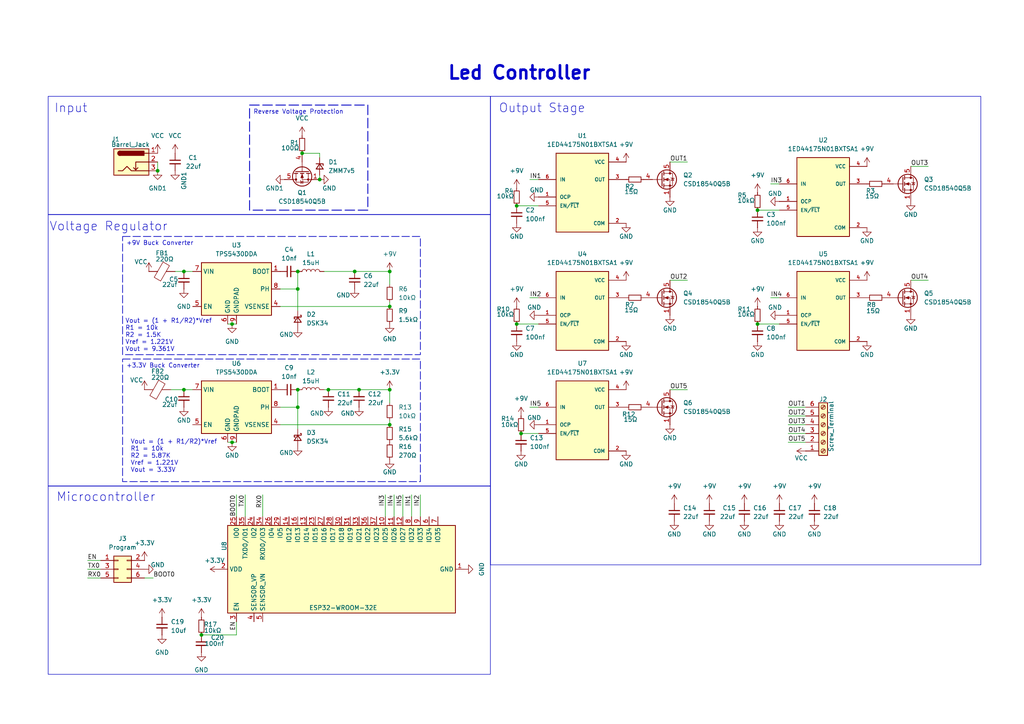
<source format=kicad_sch>
(kicad_sch (version 20231120) (generator "eeschema") (generator_version "8.0")
  (paper "A4")
  (title_block (title "LightWave") (date "2025-01-18") (rev "2"))
  (junction (at 53.34 113.03))
  (junction (at 86.36 78.74))
  (junction (at 86.36 113.03))
  (junction (at 67.31 93.98))
  (junction (at 149.86 59.69))
  (junction (at 95.25 113.03))
  (junction (at 53.34 78.74))
  (junction (at 92.71 52.07))
  (junction (at 102.87 78.74))
  (junction (at 45.72 49.53))
  (junction (at 86.36 118.11))
  (junction (at 87.63 44.45))
  (junction (at 113.03 123.19))
  (junction (at 104.14 113.03))
  (junction (at 113.03 113.03))
  (junction (at 219.71 60.96))
  (junction (at 149.86 93.98))
  (junction (at 86.36 83.82))
  (junction (at 113.03 78.74))
  (junction (at 113.03 88.9))
  (junction (at 219.71 93.98))
  (junction (at 58.42 184.15))
  (junction (at 151.13 125.73))
  (junction (at 67.31 128.27))
  (wire (pts (xy 114.3 143.51) (xy 114.3 149.86)))
  (wire (pts (xy 92.71 50.8) (xy 92.71 52.07)))
  (wire (pts (xy 81.28 83.82) (xy 86.36 83.82)))
  (wire (pts (xy 156.21 59.69) (xy 149.86 59.69)))
  (wire (pts (xy 92.71 44.45) (xy 92.71 45.72)))
  (wire (pts (xy 50.8 78.74) (xy 53.34 78.74)))
  (wire (pts (xy 25.4 167.64) (xy 29.21 167.64)))
  (wire (pts (xy 111.76 143.51) (xy 111.76 149.86)))
  (wire (pts (xy 226.06 93.98) (xy 219.71 93.98)))
  (wire (pts (xy 119.38 143.51) (xy 119.38 149.86)))
  (wire (pts (xy 153.67 52.07) (xy 156.21 52.07)))
  (wire (pts (xy 102.87 78.74) (xy 113.03 78.74)))
  (wire (pts (xy 228.6 128.27) (xy 233.68 128.27)))
  (wire (pts (xy 269.24 81.28) (xy 264.16 81.28)))
  (wire (pts (xy 153.67 118.11) (xy 156.21 118.11)))
  (wire (pts (xy 86.36 83.82) (xy 86.36 90.17)))
  (wire (pts (xy 199.39 113.03) (xy 194.31 113.03)))
  (wire (pts (xy 58.42 184.15) (xy 68.58 184.15)))
  (wire (pts (xy 93.98 113.03) (xy 95.25 113.03)))
  (wire (pts (xy 113.03 113.03) (xy 113.03 116.84)))
  (wire (pts (xy 199.39 81.28) (xy 194.31 81.28)))
  (wire (pts (xy 228.6 120.65) (xy 233.68 120.65)))
  (wire (pts (xy 223.52 86.36) (xy 226.06 86.36)))
  (wire (pts (xy 86.36 118.11) (xy 86.36 124.46)))
  (wire (pts (xy 93.98 78.74) (xy 102.87 78.74)))
  (wire (pts (xy 113.03 87.63) (xy 113.03 88.9)))
  (wire (pts (xy 153.67 86.36) (xy 156.21 86.36)))
  (wire (pts (xy 41.91 167.64) (xy 44.45 167.64)))
  (wire (pts (xy 121.92 143.51) (xy 121.92 149.86)))
  (wire (pts (xy 113.03 121.92) (xy 113.03 123.19)))
  (wire (pts (xy 151.13 125.73) (xy 156.21 125.73)))
  (wire (pts (xy 156.21 93.98) (xy 149.86 93.98)))
  (wire (pts (xy 67.31 93.98) (xy 68.58 93.98)))
  (wire (pts (xy 199.39 46.99) (xy 194.31 46.99)))
  (wire (pts (xy 104.14 113.03) (xy 113.03 113.03)))
  (wire (pts (xy 71.12 149.86) (xy 71.12 143.51)))
  (wire (pts (xy 228.6 123.19) (xy 233.68 123.19)))
  (wire (pts (xy 86.36 113.03) (xy 86.36 118.11)))
  (wire (pts (xy 95.25 113.03) (xy 104.14 113.03)))
  (wire (pts (xy 223.52 53.34) (xy 226.06 53.34)))
  (wire (pts (xy 116.84 143.51) (xy 116.84 149.86)))
  (wire (pts (xy 81.28 123.19) (xy 113.03 123.19)))
  (wire (pts (xy 25.4 165.1) (xy 29.21 165.1)))
  (wire (pts (xy 66.04 128.27) (xy 67.31 128.27)))
  (wire (pts (xy 226.06 60.96) (xy 219.71 60.96)))
  (wire (pts (xy 76.2 149.86) (xy 76.2 143.51)))
  (wire (pts (xy 228.6 118.11) (xy 233.68 118.11)))
  (wire (pts (xy 86.36 78.74) (xy 86.36 83.82)))
  (wire (pts (xy 67.31 128.27) (xy 68.58 128.27)))
  (wire (pts (xy 66.04 93.98) (xy 67.31 93.98)))
  (wire (pts (xy 81.28 88.9) (xy 113.03 88.9)))
  (wire (pts (xy 25.4 162.56) (xy 29.21 162.56)))
  (wire (pts (xy 55.88 78.74) (xy 53.34 78.74)))
  (wire (pts (xy 45.72 46.99) (xy 45.72 49.53)))
  (wire (pts (xy 87.63 44.45) (xy 92.71 44.45)))
  (wire (pts (xy 269.24 48.26) (xy 264.16 48.26)))
  (wire (pts (xy 68.58 149.86) (xy 68.58 143.51)))
  (wire (pts (xy 68.58 184.15) (xy 68.58 180.34)))
  (wire (pts (xy 228.6 125.73) (xy 233.68 125.73)))
  (wire (pts (xy 113.03 78.74) (xy 113.03 82.55)))
  (wire (pts (xy 81.28 118.11) (xy 86.36 118.11)))
  (wire (pts (xy 49.53 113.03) (xy 53.34 113.03)))
  (wire (pts (xy 53.34 113.03) (xy 55.88 113.03)))
  (rectangle (start 142.24 27.94) (end 284.48 163.83))
  (rectangle (start 13.97 140.97) (end 142.24 195.58))
  (rectangle (start 13.97 27.94) (end 142.24 62.23))
  (rectangle (start 13.97 62.23) (end 142.24 140.97))
  (text_box "Reverse Voltage Protection\n" (at 72.39 30.48 0) (size 34.29 30.48) (stroke (width 0.254) (type dash)) (fill (type color)) (effects (font (size 1.27 1.27)) (justify left top)))
  (text_box "+9V Buck Converter\n" (at 35.56 68.58 0) (size 86.36 34.29) (stroke (width 0.2) (type dash)) (effects (font (size 1.27 1.27)) (justify left top)))
  (text_box "+3.3V Buck Converter\n" (at 35.56 104.14 0) (size 86.36 35.56) (stroke (width 0.2) (type dash)) (effects (font (size 1.27 1.27)) (justify left top)))
  (text "Input\n" (at 20.574 31.496 0) (effects (font (size 2.54 2.54))))
  (text "Vout = (1 + R1/R2)*Vref\nR1 = 10k\nR2 = 1.5K\nVref = 1.221V\nVout = 9.361V " (at 36.322 97.282 0) (effects (font (size 1.27 1.27)) (justify left)))
  (text "Voltage Regulator\n" (at 31.496 65.786 0) (effects (font (size 2.54 2.54))))
  (text "Output Stage\n" (at 157.226 31.496 0) (effects (font (size 2.54 2.54))))
  (text "Microcontroller" (at 30.734 144.272 0) (effects (font (size 2.54 2.54))))
  (text "Vout = (1 + R1/R2)*Vref\nR1 = 10k\nR2 = 5.87K\nVref = 1.221V\nVout = 3.33V " (at 37.846 132.334 0) (effects (font (size 1.27 1.27)) (justify left)))
  (text "Led Controller" (at 150.622 19.05 0) (effects (font (size 3.81 3.81) (thickness 0.762) (bold yes)) (justify top)))
  (label "IN1" (at 153.67 52.07 0))
  (label "IN5" (at 153.67 118.11 0))
  (label "TX0" (at 25.4 165.1 0))
  (label "BOOT0" (at 68.58 143.51 270))
  (label "IN4" (at 114.3 143.51 270))
  (label "RX0" (at 25.4 167.64 0))
  (label "IN1" (at 119.38 143.51 270))
  (label "IN2" (at 153.67 86.36 0))
  (label "OUT1" (at 199.39 46.99 180))
  (label "OUT2" (at 228.6 120.65 0))
  (label "BOOT0" (at 44.45 167.64 0))
  (label "RX0" (at 76.2 143.51 270))
  (label "IN5" (at 116.84 143.51 270))
  (label "TX0" (at 71.12 143.51 270))
  (label "IN3" (at 223.52 53.34 0))
  (label "OUT3" (at 228.6 123.19 0))
  (label "OUT3" (at 269.24 48.26 180))
  (label "EN" (at 25.4 162.56 0))
  (label "OUT4" (at 269.24 81.28 180))
  (label "IN4" (at 223.52 86.36 0))
  (label "OUT1" (at 228.6 118.11 0))
  (label "OUT4" (at 228.6 125.73 0))
  (label "OUT2" (at 199.39 81.28 180))
  (label "OUT5" (at 228.6 128.27 0))
  (label "IN2" (at 121.92 143.51 270))
  (label "IN3" (at 111.76 143.51 270))
  (label "OUT5" (at 199.39 113.03 180))
  (label "EN" (at 68.58 182.88 90))
  (symbol (lib_id "power:GND") (at 95.25 118.11 0) (unit 1)
    (property "Reference" "#PWR042" (effects (hide yes)))
    (property "Value" "GND" (at 91.948 119.888 0))
    (property "Description" "Power symbol creates a global label with name \"GND\" , ground" (effects (hide yes)))
  )
  (symbol (lib_id "power:+9V") (at 205.74 146.05 0) (unit 1)
    (property "Reference" "#PWR054" (effects (hide yes)))
    (property "Value" "+9V" (at 205.74 140.97 0))
    (property "Description" "Power symbol creates a global label with name \"+9V\"" (effects (hide yes)))
  )
  (symbol (lib_id "1ED44175N01BXTSA1:1ED44175N01BXTSA1") (at 238.76 55.88 0) (unit 1)
    (property "Reference" "U2" (at 238.76 40.64 0))
    (property "Value" "1ED44175N01BXTSA1" (at 238.76 43.18 0))
    (property "Footprint" "1ED44175N01BXTSA1:1ED44175N01BXTSA1" (effects (hide yes)))
    (property "Datasheet" "https://www.infineon.com/dgdl/Infineon-1ED44173N01B-DataSheet-v01_01-EN.pdf?fileId=5546d46272aa54c00172bc99c2d45678" (effects (hide yes)))
    (property "MF" "Infineon Technologies" (effects (hide yes)))
    (property "MAXIMUM_PACKAGE_HEIGHT" "1.45mm" (effects (hide yes)))
    (property "Package" "SOT-23-6 Infineon Technologies" (effects (hide yes)))
    (property "Price" "None" (effects (hide yes)))
    (property "Check_prices" "https://www.snapeda.com/parts/1ED44175N01BXTSA1/Infineon+Technologies/view-part/?ref=eda" (effects (hide yes)))
    (property "STANDARD" "IPC-7351B" (effects (hide yes)))
    (property "PARTREV" "1.0" (effects (hide yes)))
    (property "SnapEDA_Link" "https://www.snapeda.com/parts/1ED44175N01BXTSA1/Infineon+Technologies/view-part/?ref=snap" (effects (hide yes)))
    (property "MP" "1ED44175N01BXTSA1" (effects (hide yes)))
    (property "Purchase-URL" "https://www.snapeda.com/api/url_track_click_mouser/?unipart_id=4572068&manufacturer=Infineon Technologies&part_name=1ED44175N01BXTSA1&search_term=None" (effects (hide yes)))
    (property "Description_1" "\nLow-Side Gate Driver IC Non-Inverting PG-SOT23-6-3\n" (effects (hide yes)))
    (property "Availability" "In Stock" (effects (hide yes)))
    (property "MANUFACTURER" "Infineon" (effects (hide yes)))
  )
  (symbol (lib_id "1ED44175N01BXTSA1:1ED44175N01BXTSA1") (at 168.91 88.9 0) (unit 1)
    (property "Reference" "U4" (at 168.91 73.66 0))
    (property "Value" "1ED44175N01BXTSA1" (at 168.91 76.2 0))
    (property "Footprint" "1ED44175N01BXTSA1:1ED44175N01BXTSA1" (effects (hide yes)))
    (property "Datasheet" "https://www.infineon.com/dgdl/Infineon-1ED44173N01B-DataSheet-v01_01-EN.pdf?fileId=5546d46272aa54c00172bc99c2d45678" (effects (hide yes)))
    (property "MF" "Infineon Technologies" (effects (hide yes)))
    (property "MAXIMUM_PACKAGE_HEIGHT" "1.45mm" (effects (hide yes)))
    (property "Package" "SOT-23-6 Infineon Technologies" (effects (hide yes)))
    (property "Price" "None" (effects (hide yes)))
    (property "Check_prices" "https://www.snapeda.com/parts/1ED44175N01BXTSA1/Infineon+Technologies/view-part/?ref=eda" (effects (hide yes)))
    (property "STANDARD" "IPC-7351B" (effects (hide yes)))
    (property "PARTREV" "1.0" (effects (hide yes)))
    (property "SnapEDA_Link" "https://www.snapeda.com/parts/1ED44175N01BXTSA1/Infineon+Technologies/view-part/?ref=snap" (effects (hide yes)))
    (property "MP" "1ED44175N01BXTSA1" (effects (hide yes)))
    (property "Purchase-URL" "https://www.snapeda.com/api/url_track_click_mouser/?unipart_id=4572068&manufacturer=Infineon Technologies&part_name=1ED44175N01BXTSA1&search_term=None" (effects (hide yes)))
    (property "Description_1" "\nLow-Side Gate Driver IC Non-Inverting PG-SOT23-6-3\n" (effects (hide yes)))
    (property "Availability" "In Stock" (effects (hide yes)))
    (property "MANUFACTURER" "Infineon" (effects (hide yes)))
  )
  (symbol (lib_id "1ED44175N01BXTSA1:1ED44175N01BXTSA1") (at 168.91 54.61 0) (unit 1)
    (property "Reference" "U1" (at 168.91 39.37 0))
    (property "Value" "1ED44175N01BXTSA1" (at 168.91 41.91 0))
    (property "Footprint" "1ED44175N01BXTSA1:1ED44175N01BXTSA1" (effects (hide yes)))
    (property "Datasheet" "https://www.infineon.com/dgdl/Infineon-1ED44173N01B-DataSheet-v01_01-EN.pdf?fileId=5546d46272aa54c00172bc99c2d45678" (effects (hide yes)))
    (property "MF" "Infineon Technologies" (effects (hide yes)))
    (property "MAXIMUM_PACKAGE_HEIGHT" "1.45mm" (effects (hide yes)))
    (property "Package" "SOT-23-6 Infineon Technologies" (effects (hide yes)))
    (property "Price" "None" (effects (hide yes)))
    (property "Check_prices" "https://www.snapeda.com/parts/1ED44175N01BXTSA1/Infineon+Technologies/view-part/?ref=eda" (effects (hide yes)))
    (property "STANDARD" "IPC-7351B" (effects (hide yes)))
    (property "PARTREV" "1.0" (effects (hide yes)))
    (property "SnapEDA_Link" "https://www.snapeda.com/parts/1ED44175N01BXTSA1/Infineon+Technologies/view-part/?ref=snap" (effects (hide yes)))
    (property "MP" "1ED44175N01BXTSA1" (effects (hide yes)))
    (property "Purchase-URL" "https://www.snapeda.com/api/url_track_click_mouser/?unipart_id=4572068&manufacturer=Infineon Technologies&part_name=1ED44175N01BXTSA1&search_term=None" (effects (hide yes)))
    (property "Description_1" "\nLow-Side Gate Driver IC Non-Inverting PG-SOT23-6-3\n" (effects (hide yes)))
    (property "Availability" "In Stock" (effects (hide yes)))
    (property "MANUFACTURER" "Infineon" (effects (hide yes)))
  )
  (symbol (lib_id "Device:C_Small") (at 195.58 148.59 0) (unit 1)
    (property "Reference" "C14" (at 198.12 147.3262 0) (effects (justify left)))
    (property "Value" "22uf" (at 198.12 149.8662 0) (effects (justify left)))
    (property "Footprint" "Capacitor_SMD:C_0805_2012Metric_Pad1.18x1.45mm_HandSolder" (effects (hide yes)))
    (property "Description" "Unpolarized capacitor, small symbol" (effects (hide yes)))
  )
  (symbol (lib_id "power:GND1") (at 45.72 49.53 0) (unit 1)
    (property "Reference" "#PWR06" (effects (hide yes)))
    (property "Value" "GND1" (at 45.72 54.61 0))
    (property "Description" "Power symbol creates a global label with name \"GND1\" , ground" (effects (hide yes)))
  )
  (symbol (lib_id "power:GND") (at 215.9 151.13 0) (unit 1)
    (property "Reference" "#PWR060" (effects (hide yes)))
    (property "Value" "GND" (at 215.9 154.94 0))
    (property "Description" "Power symbol creates a global label with name \"GND\" , ground" (effects (hide yes)))
  )
  (symbol (lib_id "power:+3.3V") (at 113.03 113.03 0) (unit 1)
    (property "Reference" "#PWR039" (effects (hide yes)))
    (property "Value" "+3.3V" (at 113.03 107.95 0))
    (property "Description" "Power symbol creates a global label with name \"+3.3V\"" (effects (hide yes)))
  )
  (symbol (lib_id "power:GND") (at 205.74 151.13 0) (unit 1)
    (property "Reference" "#PWR059" (effects (hide yes)))
    (property "Value" "GND" (at 205.74 154.94 0))
    (property "Description" "Power symbol creates a global label with name \"GND\" , ground" (effects (hide yes)))
  )
  (symbol (lib_id "power:GND") (at 86.36 129.54 0) (unit 1)
    (property "Reference" "#PWR048" (effects (hide yes)))
    (property "Value" "GND" (at 83.058 131.318 0))
    (property "Description" "Power symbol creates a global label with name \"GND\" , ground" (effects (hide yes)))
  )
  (symbol (lib_id "Device:R_Small") (at 151.13 123.19 180) (unit 1)
    (property "Reference" "R14" (at 145.288 121.412 0) (effects (justify right)))
    (property "Value" "10kΩ" (at 145.288 123.19 0) (effects (justify right)))
    (property "Footprint" "Resistor_SMD:R_0402_1005Metric" (effects (hide yes)))
    (property "Description" "Resistor, small symbol" (effects (hide yes)))
  )
  (symbol (lib_id "power:GND") (at 104.14 118.11 0) (unit 1)
    (property "Reference" "#PWR043" (effects (hide yes)))
    (property "Value" "GND" (at 100.838 119.888 0))
    (property "Description" "Power symbol creates a global label with name \"GND\" , ground" (effects (hide yes)))
  )
  (symbol (lib_id "power:GND") (at 149.86 99.06 0) (unit 1)
    (property "Reference" "#PWR034" (effects (hide yes)))
    (property "Value" "GND" (at 149.86 102.87 0))
    (property "Description" "Power symbol creates a global label with name \"GND\" , ground" (effects (hide yes)))
  )
  (symbol (lib_id "power:GND") (at 46.99 184.15 0) (unit 1)
    (property "Reference" "#PWR069" (effects (hide yes)))
    (property "Value" "GND" (at 46.99 189.23 0))
    (property "Description" "Power symbol creates a global label with name \"GND\" , ground" (effects (hide yes)))
  )
  (symbol (lib_id "power:GND") (at 156.21 57.15 270) (unit 1)
    (property "Reference" "#PWRr01" (effects (hide yes)))
    (property "Value" "GND" (at 157.734 55.118 90) (effects (justify right)))
    (property "Description" "Power symbol creates a global label with name \"GND\" , ground" (effects (hide yes)))
  )
  (symbol (lib_id "power:GND") (at 67.31 128.27 0) (unit 1)
    (property "Reference" "#PWR047" (effects (hide yes)))
    (property "Value" "GND" (at 67.31 132.08 0))
    (property "Description" "Power symbol creates a global label with name \"GND\" , ground" (effects (hide yes)))
  )
  (symbol (lib_id "Connector:Barrel_Jack_Switch_Pin3Ring") (at 38.1 46.99 0) (unit 1)
    (property "Reference" "J1" (at 33.528 40.386 0))
    (property "Value" "Barrel_Jack" (at 37.846 41.91 0))
    (property "Footprint" "Connector_BarrelJack:BarrelJack_GCT_DCJ200-10-A_Horizontal" (effects (hide yes)))
    (property "Description" "DC Barrel Jack with an internal switch" (effects (hide yes)))
  )
  (symbol (lib_id "Device:R_Small") (at 113.03 91.44 0) (unit 1)
    (property "Reference" "R9" (at 115.57 90.1699 0) (effects (justify left)))
    (property "Value" "1.5kΩ" (at 115.57 92.7099 0) (effects (justify left)))
    (property "Footprint" "Resistor_SMD:R_0402_1005Metric" (effects (hide yes)))
    (property "Description" "Resistor, small symbol" (effects (hide yes)))
  )
  (symbol (lib_id "Device:C_Small") (at 219.71 96.52 0) (unit 1)
    (property "Reference" "C8" (at 222.25 95.2562 0) (effects (justify left)))
    (property "Value" "100nf" (at 222.25 97.7962 0) (effects (justify left)))
    (property "Footprint" "Capacitor_SMD:C_0402_1005Metric" (effects (hide yes)))
    (property "Description" "Unpolarized capacitor, small symbol" (effects (hide yes)))
  )
  (symbol (lib_id "Device:C_Small") (at 149.86 96.52 0) (unit 1)
    (property "Reference" "C7" (at 152.4 95.2562 0) (effects (justify left)))
    (property "Value" "100nf" (at 152.4 97.7962 0) (effects (justify left)))
    (property "Footprint" "Capacitor_SMD:C_0402_1005Metric" (effects (hide yes)))
    (property "Description" "Unpolarized capacitor, small symbol" (effects (hide yes)))
  )
  (symbol (lib_id "Device:R_Small") (at 219.71 58.42 180) (unit 1)
    (property "Reference" "R5" (at 213.868 56.642 0) (effects (justify right)))
    (property "Value" "10kΩ" (at 213.868 58.166 0) (effects (justify right)))
    (property "Footprint" "Resistor_SMD:R_0402_1005Metric" (effects (hide yes)))
    (property "Description" "Resistor, small symbol" (effects (hide yes)))
  )
  (symbol (lib_id "Device:R_Small") (at 184.15 86.36 90) (unit 1)
    (property "Reference" "R7" (at 182.626 88.392 90))
    (property "Value" "15Ω" (at 183.134 89.916 90))
    (property "Footprint" "Resistor_SMD:R_0402_1005Metric" (effects (hide yes)))
    (property "Description" "Resistor, small symbol" (effects (hide yes)))
  )
  (symbol (lib_id "power:GND") (at 113.03 133.35 0) (unit 1)
    (property "Reference" "#PWR052" (effects (hide yes)))
    (property "Value" "GND" (at 113.03 136.906 0))
    (property "Description" "Power symbol creates a global label with name \"GND\" , ground" (effects (hide yes)))
  )
  (symbol (lib_id "Connector:Screw_Terminal_01x06") (at 238.76 125.73 0) (mirror x) (unit 1)
    (property "Reference" "J2" (at 238.76 115.824 0))
    (property "Value" "Screw_Terminal" (at 241.046 123.698 90))
    (property "Footprint" "TerminalBlock:TerminalBlock_bornier-6_P5.08mm" (effects (hide yes)))
    (property "Description" "Generic screw terminal, single row, 01x06, script generated (kicad-library-utils/schlib/autogen/connector/)" (effects (hide yes)))
  )
  (symbol (lib_id "power:GND") (at 181.61 130.81 0) (unit 1)
    (property "Reference" "#PWR050" (effects (hide yes)))
    (property "Value" "GND" (at 181.61 134.62 0))
    (property "Description" "Power symbol creates a global label with name \"GND\" , ground" (effects (hide yes)))
  )
  (symbol (lib_id "Device:R_Small") (at 113.03 119.38 0) (unit 1)
    (property "Reference" "R13" (at 115.57 118.1099 0) (effects (justify left)))
    (property "Value" "10kΩ" (at 115.57 120.6499 0) (effects (justify left)))
    (property "Footprint" "Resistor_SMD:R_0402_1005Metric" (effects (hide yes)))
    (property "Description" "Resistor, small symbol" (effects (hide yes)))
  )
  (symbol (lib_id "power:GND") (at 86.36 95.25 0) (unit 1)
    (property "Reference" "#PWR033" (effects (hide yes)))
    (property "Value" "GND" (at 83.058 97.028 0))
    (property "Description" "Power symbol creates a global label with name \"GND\" , ground" (effects (hide yes)))
  )
  (symbol (lib_id "power:+9V") (at 113.03 78.74 0) (unit 1)
    (property "Reference" "#PWR020" (effects (hide yes)))
    (property "Value" "+9V" (at 113.03 73.66 0))
    (property "Description" "Power symbol creates a global label with name \"+9V\"" (effects (hide yes)))
  )
  (symbol (lib_id "power:GND") (at 264.16 91.44 0) (unit 1)
    (property "Reference" "#PWR030" (effects (hide yes)))
    (property "Value" "GND" (at 264.16 95.25 0))
    (property "Description" "Power symbol creates a global label with name \"GND\" , ground" (effects (hide yes)))
  )
  (symbol (lib_id "Device:C_Small") (at 46.99 181.61 0) (unit 1)
    (property "Reference" "C19" (at 49.53 180.3462 0) (effects (justify left)))
    (property "Value" "10uf" (at 49.53 182.8862 0) (effects (justify left)))
    (property "Footprint" "Capacitor_SMD:C_0402_1005Metric" (effects (hide yes)))
    (property "Description" "Unpolarized capacitor, small symbol" (effects (hide yes)))
  )
  (symbol (lib_id "Device:R_Small") (at 219.71 91.44 180) (unit 1)
    (property "Reference" "R11" (at 213.868 89.662 0) (effects (justify right)))
    (property "Value" "10kΩ" (at 213.868 91.186 0) (effects (justify right)))
    (property "Footprint" "Resistor_SMD:R_0402_1005Metric" (effects (hide yes)))
    (property "Description" "Resistor, small symbol" (effects (hide yes)))
  )
  (symbol (lib_id "Transistor_FET:CSD18540Q5B") (at 87.63 49.53 90) (mirror x) (unit 1)
    (property "Reference" "Q1" (at 87.63 55.88 90))
    (property "Value" "CSD18540Q5B" (at 87.63 58.42 90))
    (property "Footprint" "Package_TO_SOT_SMD:TDSON-8-1" (effects (hide yes)))
    (property "Datasheet" "http://www.ti.com/lit/gpn/csd18540q5b" (effects (hide yes)))
    (property "Description" "100A Id, 60V Vds, NexFET N-Channel Power MOSFET, 2.2mOhm Ron, 41nC Qg(typ), SON8 5x6mm" (effects (hide yes)))
  )
  (symbol (lib_id "Device:D_Zener_Small") (at 92.71 48.26 270) (unit 1)
    (property "Reference" "D1" (at 95.25 46.9899 90) (effects (justify left)))
    (property "Value" "ZMM7v5" (at 95.25 49.5299 90) (effects (justify left)))
    (property "Footprint" "Diode_SMD:D_MiniMELF" (effects (hide yes)))
    (property "Description" "Zener diode, small symbol" (effects (hide yes)))
  )
  (symbol (lib_id "Regulator_Switching:TPS5430DDA") (at 68.58 118.11 0) (unit 1)
    (property "Reference" "U6" (at 68.58 105.41 0))
    (property "Value" "TPS5430DDA" (at 68.58 107.95 0))
    (property "Footprint" "Package_SO:TI_SO-PowerPAD-8_ThermalVias" (effects (hide yes)))
    (property "Datasheet" "http://www.ti.com/lit/ds/symlink/tps5430.pdf" (effects (hide yes)))
    (property "Description" "3A, Step Down Swift Converter, Adjustable Output Voltage, 5.5-36V Input Voltage, PowerSO-8" (effects (hide yes)))
  )
  (symbol (lib_id "Device:C_Small") (at 58.42 186.69 0) (mirror y) (unit 1)
    (property "Reference" "C20" (at 65.024 184.912 0) (effects (justify left)))
    (property "Value" "100nf" (at 65.024 186.69 0) (effects (justify left)))
    (property "Footprint" "Capacitor_SMD:C_0402_1005Metric" (effects (hide yes)))
    (property "Description" "Unpolarized capacitor, small symbol" (effects (hide yes)))
  )
  (symbol (lib_id "Device:C_Small") (at 236.22 148.59 0) (unit 1)
    (property "Reference" "C18" (at 238.76 147.3262 0) (effects (justify left)))
    (property "Value" "22uf" (at 238.76 149.8662 0) (effects (justify left)))
    (property "Footprint" "Capacitor_SMD:C_0805_2012Metric_Pad1.18x1.45mm_HandSolder" (effects (hide yes)))
    (property "Description" "Unpolarized capacitor, small symbol" (effects (hide yes)))
  )
  (symbol (lib_id "power:+3.3V") (at 46.99 179.07 0) (unit 1)
    (property "Reference" "#PWR067" (effects (hide yes)))
    (property "Value" "+3.3V" (at 46.99 173.99 0))
    (property "Description" "Power symbol creates a global label with name \"+3.3V\"" (effects (hide yes)))
  )
  (symbol (lib_id "Device:R_Small") (at 58.42 181.61 0) (mirror x) (unit 1)
    (property "Reference" "R17" (at 62.992 181.102 0) (effects (justify right)))
    (property "Value" "10kΩ" (at 64.262 182.88 0) (effects (justify right)))
    (property "Footprint" "Resistor_SMD:R_0402_1005Metric" (effects (hide yes)))
    (property "Description" "Resistor, small symbol" (effects (hide yes)))
  )
  (symbol (lib_id "power:GND") (at 134.62 165.1 90) (unit 1)
    (property "Reference" "#PWR066" (effects (hide yes)))
    (property "Value" "GND" (at 139.7 165.1 0))
    (property "Description" "Power symbol creates a global label with name \"GND\" , ground" (effects (hide yes)))
  )
  (symbol (lib_id "power:GND") (at 226.06 151.13 0) (unit 1)
    (property "Reference" "#PWR061" (effects (hide yes)))
    (property "Value" "GND" (at 226.06 154.94 0))
    (property "Description" "Power symbol creates a global label with name \"GND\" , ground" (effects (hide yes)))
  )
  (symbol (lib_id "Transistor_FET:CSD18540Q5B") (at 191.77 86.36 0) (unit 1)
    (property "Reference" "Q4" (at 198.12 85.0899 0) (effects (justify left)))
    (property "Value" "CSD18540Q5B" (at 198.12 87.6299 0) (effects (justify left)))
    (property "Footprint" "Package_TO_SOT_SMD:TDSON-8-1" (effects (hide yes)))
    (property "Datasheet" "http://www.ti.com/lit/gpn/csd18540q5b" (effects (hide yes)))
    (property "Description" "100A Id, 60V Vds, NexFET N-Channel Power MOSFET, 2.2mOhm Ron, 41nC Qg(typ), SON8 5x6mm" (effects (hide yes)))
  )
  (symbol (lib_id "power:+9V") (at 181.61 46.99 0) (unit 1)
    (property "Reference" "#PWR04" (effects (hide yes)))
    (property "Value" "+9V" (at 181.61 41.91 0))
    (property "Description" "Power symbol creates a global label with name \"+9V\"" (effects (hide yes)))
  )
  (symbol (lib_id "Device:R_Small") (at 87.63 41.91 180) (unit 1)
    (property "Reference" "R1" (at 84.074 41.402 0) (effects (justify right)))
    (property "Value" "100Ω" (at 81.534 42.926 0) (effects (justify right)))
    (property "Footprint" "Resistor_SMD:R_0402_1005Metric" (effects (hide yes)))
    (property "Description" "Resistor, small symbol" (effects (hide yes)))
  )
  (symbol (lib_id "Device:R_Small") (at 254 53.34 90) (unit 1)
    (property "Reference" "R3" (at 252.476 55.372 90))
    (property "Value" "15Ω" (at 252.984 56.896 90))
    (property "Footprint" "Resistor_SMD:R_0402_1005Metric" (effects (hide yes)))
    (property "Description" "Resistor, small symbol" (effects (hide yes)))
  )
  (symbol (lib_id "Device:C_Small") (at 53.34 81.28 0) (unit 1)
    (property "Reference" "C5" (at 49.022 81.026 0) (effects (justify left)))
    (property "Value" "22uf" (at 46.99 82.55 0) (effects (justify left)))
    (property "Footprint" "Capacitor_SMD:C_0805_2012Metric_Pad1.18x1.45mm_HandSolder" (effects (hide yes)))
    (property "Description" "Unpolarized capacitor, small symbol" (effects (hide yes)))
  )
  (symbol (lib_id "power:+9V") (at 219.71 55.88 0) (unit 1)
    (property "Reference" "#PWR011" (effects (hide yes)))
    (property "Value" "+9V" (at 219.71 50.8 0))
    (property "Description" "Power symbol creates a global label with name \"+9V\"" (effects (hide yes)))
  )
  (symbol (lib_id "Transistor_FET:CSD18540Q5B") (at 261.62 53.34 0) (unit 1)
    (property "Reference" "Q3" (at 267.97 52.0699 0) (effects (justify left)))
    (property "Value" "CSD18540Q5B" (at 267.97 54.6099 0) (effects (justify left)))
    (property "Footprint" "Package_TO_SOT_SMD:TDSON-8-1" (effects (hide yes)))
    (property "Datasheet" "http://www.ti.com/lit/gpn/csd18540q5b" (effects (hide yes)))
    (property "Description" "100A Id, 60V Vds, NexFET N-Channel Power MOSFET, 2.2mOhm Ron, 41nC Qg(typ), SON8 5x6mm" (effects (hide yes)))
  )
  (symbol (lib_id "power:+9V") (at 219.71 88.9 0) (unit 1)
    (property "Reference" "#PWR026" (effects (hide yes)))
    (property "Value" "+9V" (at 219.71 83.82 0))
    (property "Description" "Power symbol creates a global label with name \"+9V\"" (effects (hide yes)))
  )
  (symbol (lib_id "power:+9V") (at 215.9 146.05 0) (unit 1)
    (property "Reference" "#PWR055" (effects (hide yes)))
    (property "Value" "+9V" (at 215.9 140.97 0))
    (property "Description" "Power symbol creates a global label with name \"+9V\"" (effects (hide yes)))
  )
  (symbol (lib_id "power:+9V") (at 195.58 146.05 0) (unit 1)
    (property "Reference" "#PWR053" (effects (hide yes)))
    (property "Value" "+9V" (at 195.58 140.97 0))
    (property "Description" "Power symbol creates a global label with name \"+9V\"" (effects (hide yes)))
  )
  (symbol (lib_id "power:GND1") (at 50.8 49.53 0) (unit 1)
    (property "Reference" "#PWR07" (effects (hide yes)))
    (property "Value" "GND1" (at 53.34 49.784 90) (effects (justify right)))
    (property "Description" "Power symbol creates a global label with name \"GND1\" , ground" (effects (hide yes)))
  )
  (symbol (lib_id "Device:R_Small") (at 254 86.36 90) (unit 1)
    (property "Reference" "R8" (at 252.73 88.392 90))
    (property "Value" "15Ω" (at 253.238 90.17 90))
    (property "Footprint" "Resistor_SMD:R_0402_1005Metric" (effects (hide yes)))
    (property "Description" "Resistor, small symbol" (effects (hide yes)))
  )
  (symbol (lib_id "power:+9V") (at 251.46 81.28 0) (unit 1)
    (property "Reference" "#PWR022" (effects (hide yes)))
    (property "Value" "+9V" (at 251.46 76.2 0))
    (property "Description" "Power symbol creates a global label with name \"+9V\"" (effects (hide yes)))
  )
  (symbol (lib_id "power:GND") (at 226.06 58.42 270) (unit 1)
    (property "Reference" "#PWR013" (effects (hide yes)))
    (property "Value" "GND" (at 224.79 56.134 90))
    (property "Description" "Power symbol creates a global label with name \"GND\" , ground" (effects (hide yes)))
  )
  (symbol (lib_id "power:+9V") (at 236.22 146.05 0) (unit 1)
    (property "Reference" "#PWR057" (effects (hide yes)))
    (property "Value" "+9V" (at 236.22 140.97 0))
    (property "Description" "Power symbol creates a global label with name \"+9V\"" (effects (hide yes)))
  )
  (symbol (lib_id "power:+9V") (at 181.61 81.28 0) (unit 1)
    (property "Reference" "#PWR021" (effects (hide yes)))
    (property "Value" "+9V" (at 181.61 76.2 0))
    (property "Description" "Power symbol creates a global label with name \"+9V\"" (effects (hide yes)))
  )
  (symbol (lib_id "power:GND") (at 219.71 66.04 0) (unit 1)
    (property "Reference" "#PWR017" (effects (hide yes)))
    (property "Value" "GND" (at 219.71 69.85 0))
    (property "Description" "Power symbol creates a global label with name \"GND\" , ground" (effects (hide yes)))
  )
  (symbol (lib_id "Device:C_Small") (at 95.25 115.57 0) (unit 1)
    (property "Reference" "C11" (at 97.79 114.3062 0) (effects (justify left)))
    (property "Value" "22uf" (at 97.79 116.8462 0) (effects (justify left)))
    (property "Footprint" "Capacitor_SMD:C_0805_2012Metric" (effects (hide yes)))
    (property "Description" "Unpolarized capacitor, small symbol" (effects (hide yes)))
  )
  (symbol (lib_id "power:GND") (at 264.16 58.42 0) (unit 1)
    (property "Reference" "#PWR014" (effects (hide yes)))
    (property "Value" "GND" (at 264.16 62.23 0))
    (property "Description" "Power symbol creates a global label with name \"GND\" , ground" (effects (hide yes)))
  )
  (symbol (lib_id "Device:D_Schottky_Small") (at 86.36 127 270) (unit 1)
    (property "Reference" "D3" (at 88.9 125.4759 90) (effects (justify left)))
    (property "Value" "DSK34" (at 88.9 128.0159 90) (effects (justify left)))
    (property "Footprint" "Diode_SMD:D_SOD-123" (effects (hide yes)))
    (property "Description" "Schottky diode, small symbol" (effects (hide yes)))
  )
  (symbol (lib_id "Device:R_Small") (at 113.03 130.81 0) (unit 1)
    (property "Reference" "R16" (at 115.57 129.5399 0) (effects (justify left)))
    (property "Value" "270Ω" (at 115.57 132.0799 0) (effects (justify left)))
    (property "Footprint" "Resistor_SMD:R_0402_1005Metric" (effects (hide yes)))
    (property "Description" "Resistor, small symbol" (effects (hide yes)))
  )
  (symbol (lib_id "power:GND") (at 194.31 91.44 0) (unit 1)
    (property "Reference" "#PWR028" (effects (hide yes)))
    (property "Value" "GND" (at 194.31 95.25 0))
    (property "Description" "Power symbol creates a global label with name \"GND\" , ground" (effects (hide yes)))
  )
  (symbol (lib_id "Device:L") (at 90.17 113.03 90) (unit 1)
    (property "Reference" "L2" (at 90.17 107.95 90))
    (property "Value" "15uH" (at 90.17 110.49 90))
    (property "Footprint" "Inductor_SMD:L_Bourns-SRN8040_8x8.15mm" (effects (hide yes)))
    (property "Description" "Inductor" (effects (hide yes)))
  )
  (symbol (lib_id "power:+3.3V") (at 41.91 162.56 0) (unit 1)
    (property "Reference" "#PWR063" (effects (hide yes)))
    (property "Value" "+3.3V" (at 41.91 157.48 0))
    (property "Description" "Power symbol creates a global label with name \"+3.3V\"" (effects (hide yes)))
  )
  (symbol (lib_id "power:VCC") (at 43.18 78.74 0) (unit 1)
    (property "Reference" "#PWR019" (effects (hide yes)))
    (property "Value" "VCC" (at 40.894 75.946 0))
    (property "Description" "Power symbol creates a global label with name \"VCC\"" (effects (hide yes)))
  )
  (symbol (lib_id "power:+9V") (at 181.61 113.03 0) (unit 1)
    (property "Reference" "#PWR040" (effects (hide yes)))
    (property "Value" "+9V" (at 181.61 107.95 0))
    (property "Description" "Power symbol creates a global label with name \"+9V\"" (effects (hide yes)))
  )
  (symbol (lib_id "Device:C_Small") (at 83.82 78.74 90) (unit 1)
    (property "Reference" "C4" (at 83.8263 72.39 90))
    (property "Value" "10nf" (at 83.8263 74.93 90))
    (property "Footprint" "Capacitor_SMD:C_0402_1005Metric" (effects (hide yes)))
    (property "Description" "Unpolarized capacitor, small symbol" (effects (hide yes)))
  )
  (symbol (lib_id "Device:C_Small") (at 226.06 148.59 0) (unit 1)
    (property "Reference" "C17" (at 228.6 147.3262 0) (effects (justify left)))
    (property "Value" "22uf" (at 228.6 149.8662 0) (effects (justify left)))
    (property "Footprint" "Capacitor_SMD:C_0805_2012Metric_Pad1.18x1.45mm_HandSolder" (effects (hide yes)))
    (property "Description" "Unpolarized capacitor, small symbol" (effects (hide yes)))
  )
  (symbol (lib_id "power:GND") (at 251.46 66.04 0) (unit 1)
    (property "Reference" "#PWR018" (effects (hide yes)))
    (property "Value" "GND" (at 251.46 69.85 0))
    (property "Description" "Power symbol creates a global label with name \"GND\" , ground" (effects (hide yes)))
  )
  (symbol (lib_id "Transistor_FET:CSD18540Q5B") (at 191.77 52.07 0) (unit 1)
    (property "Reference" "Q2" (at 198.12 50.7999 0) (effects (justify left)))
    (property "Value" "CSD18540Q5B" (at 198.12 53.3399 0) (effects (justify left)))
    (property "Footprint" "Package_TO_SOT_SMD:TDSON-8-1" (effects (hide yes)))
    (property "Datasheet" "http://www.ti.com/lit/gpn/csd18540q5b" (effects (hide yes)))
    (property "Description" "100A Id, 60V Vds, NexFET N-Channel Power MOSFET, 2.2mOhm Ron, 41nC Qg(typ), SON8 5x6mm" (effects (hide yes)))
  )
  (symbol (lib_id "power:VCC") (at 87.63 39.37 0) (unit 1)
    (property "Reference" "#PWR01" (effects (hide yes)))
    (property "Value" "VCC" (at 87.63 34.29 0))
    (property "Description" "Power symbol creates a global label with name \"VCC\"" (effects (hide yes)))
  )
  (symbol (lib_id "power:VCC") (at 233.68 130.81 90) (unit 1)
    (property "Reference" "#PWR051" (effects (hide yes)))
    (property "Value" "VCC" (at 232.41 132.842 90))
    (property "Description" "Power symbol creates a global label with name \"VCC\"" (effects (hide yes)))
  )
  (symbol (lib_id "power:GND") (at 67.31 93.98 0) (unit 1)
    (property "Reference" "#PWR031" (effects (hide yes)))
    (property "Value" "GND" (at 67.31 99.06 0))
    (property "Description" "Power symbol creates a global label with name \"GND\" , ground" (effects (hide yes)))
  )
  (symbol (lib_id "power:GND") (at 181.61 99.06 0) (unit 1)
    (property "Reference" "#PWR035" (effects (hide yes)))
    (property "Value" "GND" (at 181.61 102.87 0))
    (property "Description" "Power symbol creates a global label with name \"GND\" , ground" (effects (hide yes)))
  )
  (symbol (lib_id "Device:C_Small") (at 102.87 81.28 180) (unit 1)
    (property "Reference" "C6" (at 105.41 80.0035 0) (effects (justify right)))
    (property "Value" "22uf" (at 105.41 82.5435 0) (effects (justify right)))
    (property "Footprint" "Capacitor_SMD:C_0805_2012Metric" (effects (hide yes)))
    (property "Description" "Unpolarized capacitor, small symbol" (effects (hide yes)))
  )
  (symbol (lib_id "Device:C_Small") (at 53.34 115.57 0) (unit 1)
    (property "Reference" "C10" (at 47.752 115.824 0) (effects (justify left)))
    (property "Value" "22uf" (at 46.99 117.348 0) (effects (justify left)))
    (property "Footprint" "Capacitor_SMD:C_0805_2012Metric_Pad1.18x1.45mm_HandSolder" (effects (hide yes)))
    (property "Description" "Unpolarized capacitor, small symbol" (effects (hide yes)))
  )
  (symbol (lib_id "power:+9V") (at 149.86 54.61 0) (unit 1)
    (property "Reference" "#PWR010" (effects (hide yes)))
    (property "Value" "+9V" (at 149.86 49.53 0))
    (property "Description" "Power symbol creates a global label with name \"+9V\"" (effects (hide yes)))
  )
  (symbol (lib_id "Connector_Generic:Conn_02x03_Odd_Even") (at 34.29 165.1 0) (unit 1)
    (property "Reference" "J3" (at 35.56 156.21 0))
    (property "Value" "Program" (at 35.56 158.75 0))
    (property "Footprint" "Connector_PinHeader_1.27mm:PinHeader_2x03_P1.27mm_Vertical" (effects (hide yes)))
    (property "Description" "Generic connector, double row, 02x03, odd/even pin numbering scheme (row 1 odd numbers, row 2 even numbers), script generated (kicad-library-utils/schlib/autogen/connector/)" (effects (hide yes)))
  )
  (symbol (lib_id "power:GND") (at 195.58 151.13 0) (unit 1)
    (property "Reference" "#PWR058" (effects (hide yes)))
    (property "Value" "GND" (at 195.58 154.94 0))
    (property "Description" "Power symbol creates a global label with name \"GND\" , ground" (effects (hide yes)))
  )
  (symbol (lib_id "power:GND") (at 92.71 52.07 90) (unit 1)
    (property "Reference" "#PWR09" (effects (hide yes)))
    (property "Value" "GND" (at 93.472 54.61 90) (effects (justify right)))
    (property "Description" "Power symbol creates a global label with name \"GND\" , ground" (effects (hide yes)))
  )
  (symbol (lib_id "Device:R_Small") (at 184.15 52.07 90) (unit 1)
    (property "Reference" "R2" (at 182.626 54.102 90))
    (property "Value" "15Ω" (at 183.134 55.626 90))
    (property "Footprint" "Resistor_SMD:R_0402_1005Metric" (effects (hide yes)))
    (property "Description" "Resistor, small symbol" (effects (hide yes)))
  )
  (symbol (lib_id "power:GND") (at 102.87 83.82 0) (unit 1)
    (property "Reference" "#PWR024" (effects (hide yes)))
    (property "Value" "GND" (at 99.568 85.598 0))
    (property "Description" "Power symbol creates a global label with name \"GND\" , ground" (effects (hide yes)))
  )
  (symbol (lib_id "Device:C_Small") (at 149.86 62.23 0) (unit 1)
    (property "Reference" "C2" (at 152.4 60.9662 0) (effects (justify left)))
    (property "Value" "100nf" (at 152.4 63.5062 0) (effects (justify left)))
    (property "Footprint" "Capacitor_SMD:C_0402_1005Metric" (effects (hide yes)))
    (property "Description" "Unpolarized capacitor, small symbol" (effects (hide yes)))
  )
  (symbol (lib_id "Device:C_Small") (at 151.13 128.27 0) (unit 1)
    (property "Reference" "C13" (at 153.67 127.0062 0) (effects (justify left)))
    (property "Value" "100nf" (at 153.67 129.5462 0) (effects (justify left)))
    (property "Footprint" "Capacitor_SMD:C_0402_1005Metric" (effects (hide yes)))
    (property "Description" "Unpolarized capacitor, small symbol" (effects (hide yes)))
  )
  (symbol (lib_id "Device:R_Small") (at 149.86 57.15 180) (unit 1)
    (property "Reference" "R4" (at 146.304 55.372 0) (effects (justify right)))
    (property "Value" "10kΩ" (at 144.018 56.896 0) (effects (justify right)))
    (property "Footprint" "Resistor_SMD:R_0402_1005Metric" (effects (hide yes)))
    (property "Description" "Resistor, small symbol" (effects (hide yes)))
  )
  (symbol (lib_id "Device:D_Schottky_Small") (at 86.36 92.71 270) (unit 1)
    (property "Reference" "D2" (at 88.9 91.1859 90) (effects (justify left)))
    (property "Value" "DSK34" (at 88.9 93.7259 90) (effects (justify left)))
    (property "Footprint" "Diode_SMD:D_SOD-123" (effects (hide yes)))
    (property "Description" "Schottky diode, small symbol" (effects (hide yes)))
  )
  (symbol (lib_id "Device:R_Small") (at 184.15 118.11 90) (unit 1)
    (property "Reference" "R12" (at 182.372 120.142 90))
    (property "Value" "15Ω" (at 182.88 121.666 90))
    (property "Footprint" "Resistor_SMD:R_0402_1005Metric" (effects (hide yes)))
    (property "Description" "Resistor, small symbol" (effects (hide yes)))
  )
  (symbol (lib_id "power:GND") (at 151.13 130.81 0) (unit 1)
    (property "Reference" "#PWR049" (effects (hide yes)))
    (property "Value" "GND" (at 151.13 134.62 0))
    (property "Description" "Power symbol creates a global label with name \"GND\" , ground" (effects (hide yes)))
  )
  (symbol (lib_id "Device:C_Small") (at 50.8 46.99 0) (unit 1)
    (property "Reference" "C1" (at 54.61 45.7199 0) (effects (justify left)))
    (property "Value" "22uf" (at 53.848 48.2599 0) (effects (justify left)))
    (property "Footprint" "Capacitor_SMD:C_0805_2012Metric_Pad1.18x1.45mm_HandSolder" (effects (hide yes)))
    (property "Description" "Unpolarized capacitor, small symbol" (effects (hide yes)))
  )
  (symbol (lib_id "power:GND") (at 113.03 93.98 0) (unit 1)
    (property "Reference" "#PWR032" (effects (hide yes)))
    (property "Value" "GND" (at 113.03 98.298 0))
    (property "Description" "Power symbol creates a global label with name \"GND\" , ground" (effects (hide yes)))
  )
  (symbol (lib_id "power:GND") (at 219.71 99.06 0) (unit 1)
    (property "Reference" "#PWR036" (effects (hide yes)))
    (property "Value" "GND" (at 219.71 102.87 0))
    (property "Description" "Power symbol creates a global label with name \"GND\" , ground" (effects (hide yes)))
  )
  (symbol (lib_id "Device:R_Small") (at 113.03 85.09 0) (unit 1)
    (property "Reference" "R6" (at 115.57 83.8199 0) (effects (justify left)))
    (property "Value" "10kΩ" (at 115.57 86.3599 0) (effects (justify left)))
    (property "Footprint" "Resistor_SMD:R_0402_1005Metric" (effects (hide yes)))
    (property "Description" "Resistor, small symbol" (effects (hide yes)))
  )
  (symbol (lib_id "power:GND") (at 194.31 123.19 0) (unit 1)
    (property "Reference" "#PWR046" (effects (hide yes)))
    (property "Value" "GND" (at 194.31 127 0))
    (property "Description" "Power symbol creates a global label with name \"GND\" , ground" (effects (hide yes)))
  )
  (symbol (lib_id "power:GND") (at 53.34 83.82 0) (unit 1)
    (property "Reference" "#PWR023" (effects (hide yes)))
    (property "Value" "GND" (at 53.34 88.9 0))
    (property "Description" "Power symbol creates a global label with name \"GND\" , ground" (effects (hide yes)))
  )
  (symbol (lib_id "power:GND") (at 149.86 64.77 0) (unit 1)
    (property "Reference" "#PWR015" (effects (hide yes)))
    (property "Value" "GND" (at 149.86 68.58 0))
    (property "Description" "Power symbol creates a global label with name \"GND\" , ground" (effects (hide yes)))
  )
  (symbol (lib_id "power:VCC") (at 50.8 44.45 0) (unit 1)
    (property "Reference" "#PWR03" (effects (hide yes)))
    (property "Value" "VCC" (at 50.8 39.37 0))
    (property "Description" "Power symbol creates a global label with name \"VCC\"" (effects (hide yes)))
  )
  (symbol (lib_id "Transistor_FET:CSD18540Q5B") (at 191.77 118.11 0) (unit 1)
    (property "Reference" "Q6" (at 198.12 116.8399 0) (effects (justify left)))
    (property "Value" "CSD18540Q5B" (at 198.12 119.3799 0) (effects (justify left)))
    (property "Footprint" "Package_TO_SOT_SMD:TDSON-8-1" (effects (hide yes)))
    (property "Datasheet" "http://www.ti.com/lit/gpn/csd18540q5b" (effects (hide yes)))
    (property "Description" "100A Id, 60V Vds, NexFET N-Channel Power MOSFET, 2.2mOhm Ron, 41nC Qg(typ), SON8 5x6mm" (effects (hide yes)))
  )
  (symbol (lib_id "Device:C_Small") (at 219.71 63.5 0) (unit 1)
    (property "Reference" "C3" (at 222.25 62.2362 0) (effects (justify left)))
    (property "Value" "100nf" (at 222.25 64.7762 0) (effects (justify left)))
    (property "Footprint" "Capacitor_SMD:C_0402_1005Metric" (effects (hide yes)))
    (property "Description" "Unpolarized capacitor, small symbol" (effects (hide yes)))
  )
  (symbol (lib_id "power:GND") (at 156.21 123.19 270) (unit 1)
    (property "Reference" "#PWR045" (effects (hide yes)))
    (property "Value" "GND" (at 154.94 121.158 90))
    (property "Description" "Power symbol creates a global label with name \"GND\" , ground" (effects (hide yes)))
  )
  (symbol (lib_id "power:GND") (at 236.22 151.13 0) (unit 1)
    (property "Reference" "#PWR062" (effects (hide yes)))
    (property "Value" "GND" (at 236.22 154.94 0))
    (property "Description" "Power symbol creates a global label with name \"GND\" , ground" (effects (hide yes)))
  )
  (symbol (lib_id "Device:C_Small") (at 215.9 148.59 0) (unit 1)
    (property "Reference" "C16" (at 218.44 147.3262 0) (effects (justify left)))
    (property "Value" "22uf" (at 218.44 149.8662 0) (effects (justify left)))
    (property "Footprint" "Capacitor_SMD:C_0805_2012Metric_Pad1.18x1.45mm_HandSolder" (effects (hide yes)))
    (property "Description" "Unpolarized capacitor, small symbol" (effects (hide yes)))
  )
  (symbol (lib_id "power:GND") (at 41.91 165.1 90) (unit 1)
    (property "Reference" "#PWR064" (effects (hide yes)))
    (property "Value" "GND" (at 43.688 163.83 90) (effects (justify right)))
    (property "Description" "Power symbol creates a global label with name \"GND\" , ground" (effects (hide yes)))
  )
  (symbol (lib_id "RF_Module:ESP32-WROOM-32E") (at 99.06 165.1 90) (unit 1)
    (property "Reference" "U8" (at 65.024 159.766 0) (effects (justify left)))
    (property "Value" "ESP32-WROOM-32E" (at 109.474 176.276 90) (effects (justify left)))
    (property "Footprint" "RF_Module:ESP32-WROOM-32D" (effects (hide yes)))
    (property "Datasheet" "https://www.espressif.com/sites/default/files/documentation/esp32-wroom-32e_esp32-wroom-32ue_datasheet_en.pdf" (effects (hide yes)))
    (property "Description" "RF Module, ESP32-D0WD-V3 SoC, without PSRAM, Wi-Fi 802.11b/g/n, Bluetooth, BLE, 32-bit, 2.7-3.6V, onboard antenna, SMD" (effects (hide yes)))
  )
  (symbol (lib_id "power:GND") (at 181.61 64.77 0) (unit 1)
    (property "Reference" "#PWR016" (effects (hide yes)))
    (property "Value" "GND" (at 181.61 68.58 0))
    (property "Description" "Power symbol creates a global label with name \"GND\" , ground" (effects (hide yes)))
  )
  (symbol (lib_id "power:+3.3V") (at 63.5 165.1 90) (unit 1)
    (property "Reference" "#PWR065" (effects (hide yes)))
    (property "Value" "+3.3V" (at 62.23 162.56 90))
    (property "Description" "Power symbol creates a global label with name \"+3.3V\"" (effects (hide yes)))
  )
  (symbol (lib_id "power:+3.3V") (at 58.42 179.07 0) (mirror y) (unit 1)
    (property "Reference" "#PWR068" (effects (hide yes)))
    (property "Value" "+3.3V" (at 58.42 173.99 0))
    (property "Description" "Power symbol creates a global label with name \"+3.3V\"" (effects (hide yes)))
  )
  (symbol (lib_id "Device:C_Small") (at 205.74 148.59 0) (unit 1)
    (property "Reference" "C15" (at 209.55 147.3199 0) (effects (justify left)))
    (property "Value" "22uf" (at 208.788 149.8599 0) (effects (justify left)))
    (property "Footprint" "Capacitor_SMD:C_0805_2012Metric_Pad1.18x1.45mm_HandSolder" (effects (hide yes)))
    (property "Description" "Unpolarized capacitor, small symbol" (effects (hide yes)))
  )
  (symbol (lib_id "Device:FerriteBead") (at 46.99 78.74 90) (unit 1)
    (property "Reference" "FB1" (at 46.99 73.406 90))
    (property "Value" "220Ω" (at 47.752 75.184 90))
    (property "Footprint" "Resistor_SMD:R_0805_2012Metric" (effects (hide yes)))
    (property "Description" "Ferrite bead" (effects (hide yes)))
  )
  (symbol (lib_id "power:GND") (at 58.42 189.23 0) (mirror y) (unit 1)
    (property "Reference" "#PWR070" (effects (hide yes)))
    (property "Value" "GND" (at 58.42 194.31 0))
    (property "Description" "Power symbol creates a global label with name \"GND\" , ground" (effects (hide yes)))
  )
  (symbol (lib_id "power:GND") (at 53.34 118.11 0) (unit 1)
    (property "Reference" "#PWR041" (effects (hide yes)))
    (property "Value" "GND" (at 51.308 121.92 0) (effects (justify left)))
    (property "Description" "Power symbol creates a global label with name \"GND\" , ground" (effects (hide yes)))
  )
  (symbol (lib_id "power:VCC") (at 41.91 113.03 0) (unit 1)
    (property "Reference" "#PWR038" (effects (hide yes)))
    (property "Value" "VCC" (at 39.624 110.236 0))
    (property "Description" "Power symbol creates a global label with name \"VCC\"" (effects (hide yes)))
  )
  (symbol (lib_id "1ED44175N01BXTSA1:1ED44175N01BXTSA1") (at 238.76 88.9 0) (unit 1)
    (property "Reference" "U5" (at 238.76 73.66 0))
    (property "Value" "1ED44175N01BXTSA1" (at 238.76 76.2 0))
    (property "Footprint" "1ED44175N01BXTSA1:1ED44175N01BXTSA1" (effects (hide yes)))
    (property "Datasheet" "https://www.infineon.com/dgdl/Infineon-1ED44173N01B-DataSheet-v01_01-EN.pdf?fileId=5546d46272aa54c00172bc99c2d45678" (effects (hide yes)))
    (property "MF" "Infineon Technologies" (effects (hide yes)))
    (property "MAXIMUM_PACKAGE_HEIGHT" "1.45mm" (effects (hide yes)))
    (property "Package" "SOT-23-6 Infineon Technologies" (effects (hide yes)))
    (property "Price" "None" (effects (hide yes)))
    (property "Check_prices" "https://www.snapeda.com/parts/1ED44175N01BXTSA1/Infineon+Technologies/view-part/?ref=eda" (effects (hide yes)))
    (property "STANDARD" "IPC-7351B" (effects (hide yes)))
    (property "PARTREV" "1.0" (effects (hide yes)))
    (property "SnapEDA_Link" "https://www.snapeda.com/parts/1ED44175N01BXTSA1/Infineon+Technologies/view-part/?ref=snap" (effects (hide yes)))
    (property "MP" "1ED44175N01BXTSA1" (effects (hide yes)))
    (property "Purchase-URL" "https://www.snapeda.com/api/url_track_click_mouser/?unipart_id=4572068&manufacturer=Infineon Technologies&part_name=1ED44175N01BXTSA1&search_term=None" (effects (hide yes)))
    (property "Description_1" "\nLow-Side Gate Driver IC Non-Inverting PG-SOT23-6-3\n" (effects (hide yes)))
    (property "Availability" "In Stock" (effects (hide yes)))
    (property "MANUFACTURER" "Infineon" (effects (hide yes)))
  )
  (symbol (lib_id "Transistor_FET:CSD18540Q5B") (at 261.62 86.36 0) (unit 1)
    (property "Reference" "Q5" (at 267.97 85.0899 0) (effects (justify left)))
    (property "Value" "CSD18540Q5B" (at 267.97 87.6299 0) (effects (justify left)))
    (property "Footprint" "Package_TO_SOT_SMD:TDSON-8-1" (effects (hide yes)))
    (property "Datasheet" "http://www.ti.com/lit/gpn/csd18540q5b" (effects (hide yes)))
    (property "Description" "100A Id, 60V Vds, NexFET N-Channel Power MOSFET, 2.2mOhm Ron, 41nC Qg(typ), SON8 5x6mm" (effects (hide yes)))
  )
  (symbol (lib_id "power:VCC") (at 45.72 44.45 0) (unit 1)
    (property "Reference" "#PWR02" (effects (hide yes)))
    (property "Value" "VCC" (at 45.72 39.37 0))
    (property "Description" "Power symbol creates a global label with name \"VCC\"" (effects (hide yes)))
  )
  (symbol (lib_id "Device:FerriteBead") (at 45.72 113.03 90) (unit 1)
    (property "Reference" "FB2" (at 45.72 107.696 90))
    (property "Value" "220Ω" (at 46.482 109.474 90))
    (property "Footprint" "Resistor_SMD:R_0805_2012Metric" (effects (hide yes)))
    (property "Description" "Ferrite bead" (effects (hide yes)))
  )
  (symbol (lib_id "power:GND1") (at 82.55 52.07 270) (unit 1)
    (property "Reference" "#PWR08" (effects (hide yes)))
    (property "Value" "GND1" (at 82.296 54.61 90) (effects (justify right)))
    (property "Description" "Power symbol creates a global label with name \"GND1\" , ground" (effects (hide yes)))
  )
  (symbol (lib_id "power:GND") (at 194.31 57.15 0) (unit 1)
    (property "Reference" "#PWR012" (effects (hide yes)))
    (property "Value" "GND" (at 194.31 60.96 0))
    (property "Description" "Power symbol creates a global label with name \"GND\" , ground" (effects (hide yes)))
  )
  (symbol (lib_id "power:GND") (at 226.06 91.44 270) (unit 1)
    (property "Reference" "#PWR029" (effects (hide yes)))
    (property "Value" "GND" (at 224.79 89.154 90))
    (property "Description" "Power symbol creates a global label with name \"GND\" , ground" (effects (hide yes)))
  )
  (symbol (lib_id "1ED44175N01BXTSA1:1ED44175N01BXTSA1") (at 168.91 120.65 0) (unit 1)
    (property "Reference" "U7" (at 168.91 105.41 0))
    (property "Value" "1ED44175N01BXTSA1" (at 168.91 107.95 0))
    (property "Footprint" "1ED44175N01BXTSA1:1ED44175N01BXTSA1" (effects (hide yes)))
    (property "Datasheet" "https://www.infineon.com/dgdl/Infineon-1ED44173N01B-DataSheet-v01_01-EN.pdf?fileId=5546d46272aa54c00172bc99c2d45678" (effects (hide yes)))
    (property "MF" "Infineon Technologies" (effects (hide yes)))
    (property "MAXIMUM_PACKAGE_HEIGHT" "1.45mm" (effects (hide yes)))
    (property "Package" "SOT-23-6 Infineon Technologies" (effects (hide yes)))
    (property "Price" "None" (effects (hide yes)))
    (property "Check_prices" "https://www.snapeda.com/parts/1ED44175N01BXTSA1/Infineon+Technologies/view-part/?ref=eda" (effects (hide yes)))
    (property "STANDARD" "IPC-7351B" (effects (hide yes)))
    (property "PARTREV" "1.0" (effects (hide yes)))
    (property "SnapEDA_Link" "https://www.snapeda.com/parts/1ED44175N01BXTSA1/Infineon+Technologies/view-part/?ref=snap" (effects (hide yes)))
    (property "MP" "1ED44175N01BXTSA1" (effects (hide yes)))
    (property "Purchase-URL" "https://www.snapeda.com/api/url_track_click_mouser/?unipart_id=4572068&manufacturer=Infineon Technologies&part_name=1ED44175N01BXTSA1&search_term=None" (effects (hide yes)))
    (property "Description_1" "\nLow-Side Gate Driver IC Non-Inverting PG-SOT23-6-3\n" (effects (hide yes)))
    (property "Availability" "In Stock" (effects (hide yes)))
    (property "MANUFACTURER" "Infineon" (effects (hide yes)))
  )
  (symbol (lib_id "power:+9V") (at 149.86 88.9 0) (unit 1)
    (property "Reference" "#PWR025" (effects (hide yes)))
    (property "Value" "+9V" (at 149.86 83.82 0))
    (property "Description" "Power symbol creates a global label with name \"+9V\"" (effects (hide yes)))
  )
  (symbol (lib_id "power:+9V") (at 151.13 120.65 0) (unit 1)
    (property "Reference" "#PWR044" (effects (hide yes)))
    (property "Value" "+9V" (at 151.13 115.57 0))
    (property "Description" "Power symbol creates a global label with name \"+9V\"" (effects (hide yes)))
  )
  (symbol (lib_id "power:+9V") (at 226.06 146.05 0) (unit 1)
    (property "Reference" "#PWR056" (effects (hide yes)))
    (property "Value" "+9V" (at 226.06 140.97 0))
    (property "Description" "Power symbol creates a global label with name \"+9V\"" (effects (hide yes)))
  )
  (symbol (lib_id "Regulator_Switching:TPS5430DDA") (at 68.58 83.82 0) (unit 1)
    (property "Reference" "U3" (at 68.58 71.12 0))
    (property "Value" "TPS5430DDA" (at 68.58 73.66 0))
    (property "Footprint" "Package_SO:TI_SO-PowerPAD-8_ThermalVias" (effects (hide yes)))
    (property "Datasheet" "http://www.ti.com/lit/ds/symlink/tps5430.pdf" (effects (hide yes)))
    (property "Description" "3A, Step Down Swift Converter, Adjustable Output Voltage, 5.5-36V Input Voltage, PowerSO-8" (effects (hide yes)))
  )
  (symbol (lib_id "power:+9V") (at 251.46 48.26 0) (unit 1)
    (property "Reference" "#PWR05" (effects (hide yes)))
    (property "Value" "+9V" (at 251.46 43.18 0))
    (property "Description" "Power symbol creates a global label with name \"+9V\"" (effects (hide yes)))
  )
  (symbol (lib_id "Device:C_Small") (at 83.82 113.03 90) (unit 1)
    (property "Reference" "C9" (at 83.8263 106.68 90))
    (property "Value" "10nf" (at 83.8263 109.22 90))
    (property "Footprint" "Capacitor_SMD:C_0402_1005Metric" (effects (hide yes)))
    (property "Description" "Unpolarized capacitor, small symbol" (effects (hide yes)))
  )
  (symbol (lib_id "Device:R_Small") (at 113.03 125.73 0) (unit 1)
    (property "Reference" "R15" (at 115.57 124.4599 0) (effects (justify left)))
    (property "Value" "5.6kΩ" (at 115.57 126.9999 0) (effects (justify left)))
    (property "Footprint" "Resistor_SMD:R_0402_1005Metric" (effects (hide yes)))
    (property "Description" "Resistor, small symbol" (effects (hide yes)))
  )
  (symbol (lib_id "Device:R_Small") (at 149.86 91.44 180) (unit 1)
    (property "Reference" "R10" (at 144.018 89.662 0) (effects (justify right)))
    (property "Value" "10kΩ" (at 144.018 91.186 0) (effects (justify right)))
    (property "Footprint" "Resistor_SMD:R_0402_1005Metric" (effects (hide yes)))
    (property "Description" "Resistor, small symbol" (effects (hide yes)))
  )
  (symbol (lib_id "power:GND") (at 156.21 91.44 270) (unit 1)
    (property "Reference" "#PWR027" (effects (hide yes)))
    (property "Value" "GND" (at 154.94 89.154 90))
    (property "Description" "Power symbol creates a global label with name \"GND\" , ground" (effects (hide yes)))
  )
  (symbol (lib_id "Device:C_Small") (at 104.14 115.57 180) (unit 1)
    (property "Reference" "C12" (at 106.68 114.2935 0) (effects (justify right)))
    (property "Value" "22uf" (at 106.68 116.8335 0) (effects (justify right)))
    (property "Footprint" "Capacitor_SMD:C_0805_2012Metric" (effects (hide yes)))
    (property "Description" "Unpolarized capacitor, small symbol" (effects (hide yes)))
  )
  (symbol (lib_id "Device:L") (at 90.17 78.74 90) (unit 1)
    (property "Reference" "L1" (at 90.17 73.66 90))
    (property "Value" "15uH" (at 90.17 76.2 90))
    (property "Footprint" "Inductor_SMD:L_Bourns-SRN8040_8x8.15mm" (effects (hide yes)))
    (property "Description" "Inductor" (effects (hide yes)))
  )
  (symbol (lib_id "power:GND") (at 251.46 99.06 0) (unit 1)
    (property "Reference" "#PWR037" (effects (hide yes)))
    (property "Value" "GND" (at 251.46 102.87 0))
    (property "Description" "Power symbol creates a global label with name \"GND\" , ground" (effects (hide yes)))
  )
)
</source>
